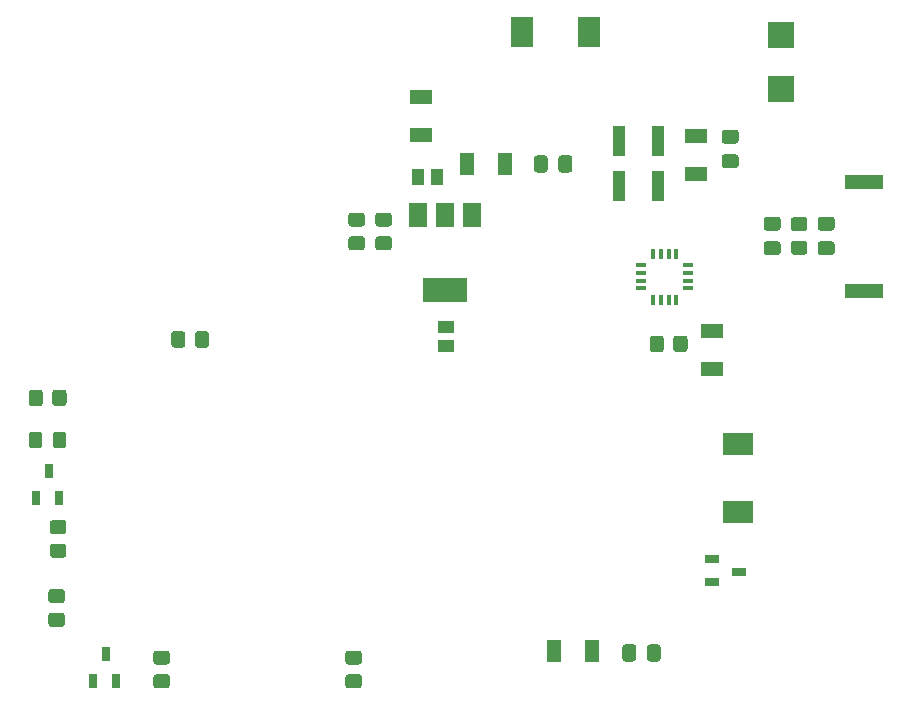
<source format=gtp>
%TF.GenerationSoftware,KiCad,Pcbnew,(5.1.10)-1*%
%TF.CreationDate,2024-09-14T21:02:55+02:00*%
%TF.ProjectId,LightningDetector_V1_0,4c696768-746e-4696-9e67-446574656374,rev?*%
%TF.SameCoordinates,Original*%
%TF.FileFunction,Paste,Top*%
%TF.FilePolarity,Positive*%
%FSLAX46Y46*%
G04 Gerber Fmt 4.6, Leading zero omitted, Abs format (unit mm)*
G04 Created by KiCad (PCBNEW (5.1.10)-1) date 2024-09-14 21:02:55*
%MOMM*%
%LPD*%
G01*
G04 APERTURE LIST*
%ADD10R,2.300000X2.200000*%
%ADD11R,0.850000X0.400000*%
%ADD12R,0.400000X0.850000*%
%ADD13R,1.200000X1.900000*%
%ADD14R,1.900000X1.200000*%
%ADD15R,1.900000X2.540000*%
%ADD16R,0.800000X1.300000*%
%ADD17R,3.200000X1.300000*%
%ADD18R,1.400000X1.000000*%
%ADD19R,2.540000X1.900000*%
%ADD20R,1.000000X2.500000*%
%ADD21R,1.000000X1.400000*%
%ADD22R,1.300000X0.800000*%
%ADD23R,1.500000X2.000000*%
%ADD24R,3.800000X2.000000*%
G04 APERTURE END LIST*
D10*
%TO.C,D3*%
X178689000Y-59146000D03*
X178689000Y-54646000D03*
%TD*%
D11*
%TO.C,U2*%
X170815000Y-76073000D03*
X170815000Y-75423000D03*
X170815000Y-74123000D03*
X170815000Y-74773000D03*
X166865000Y-75423000D03*
X166865000Y-74123000D03*
X166865000Y-74773000D03*
X166865000Y-76073000D03*
D12*
X169165000Y-77073000D03*
X169815000Y-77073000D03*
X168515000Y-77073000D03*
X167865000Y-77073000D03*
X168515000Y-73123000D03*
X169815000Y-73123000D03*
X169165000Y-73123000D03*
X167865000Y-73123000D03*
%TD*%
D13*
%TO.C,C1*%
X159436000Y-106807000D03*
X162636000Y-106807000D03*
%TD*%
%TO.C,C2*%
G36*
G01*
X165253000Y-107409000D02*
X165253000Y-106459000D01*
G75*
G02*
X165503000Y-106209000I250000J0D01*
G01*
X166178000Y-106209000D01*
G75*
G02*
X166428000Y-106459000I0J-250000D01*
G01*
X166428000Y-107409000D01*
G75*
G02*
X166178000Y-107659000I-250000J0D01*
G01*
X165503000Y-107659000D01*
G75*
G02*
X165253000Y-107409000I0J250000D01*
G01*
G37*
G36*
G01*
X167328000Y-107409000D02*
X167328000Y-106459000D01*
G75*
G02*
X167578000Y-106209000I250000J0D01*
G01*
X168253000Y-106209000D01*
G75*
G02*
X168503000Y-106459000I0J-250000D01*
G01*
X168503000Y-107409000D01*
G75*
G02*
X168253000Y-107659000I-250000J0D01*
G01*
X167578000Y-107659000D01*
G75*
G02*
X167328000Y-107409000I0J250000D01*
G01*
G37*
%TD*%
D14*
%TO.C,C3*%
X171450000Y-63170000D03*
X171450000Y-66370000D03*
%TD*%
%TO.C,C4*%
G36*
G01*
X174846000Y-63812000D02*
X173896000Y-63812000D01*
G75*
G02*
X173646000Y-63562000I0J250000D01*
G01*
X173646000Y-62887000D01*
G75*
G02*
X173896000Y-62637000I250000J0D01*
G01*
X174846000Y-62637000D01*
G75*
G02*
X175096000Y-62887000I0J-250000D01*
G01*
X175096000Y-63562000D01*
G75*
G02*
X174846000Y-63812000I-250000J0D01*
G01*
G37*
G36*
G01*
X174846000Y-65887000D02*
X173896000Y-65887000D01*
G75*
G02*
X173646000Y-65637000I0J250000D01*
G01*
X173646000Y-64962000D01*
G75*
G02*
X173896000Y-64712000I250000J0D01*
G01*
X174846000Y-64712000D01*
G75*
G02*
X175096000Y-64962000I0J-250000D01*
G01*
X175096000Y-65637000D01*
G75*
G02*
X174846000Y-65887000I-250000J0D01*
G01*
G37*
%TD*%
%TO.C,C5*%
X172847000Y-82880000D03*
X172847000Y-79680000D03*
%TD*%
D13*
%TO.C,C6*%
X155270000Y-65532000D03*
X152070000Y-65532000D03*
%TD*%
%TO.C,C7*%
G36*
G01*
X157760000Y-66007000D02*
X157760000Y-65057000D01*
G75*
G02*
X158010000Y-64807000I250000J0D01*
G01*
X158685000Y-64807000D01*
G75*
G02*
X158935000Y-65057000I0J-250000D01*
G01*
X158935000Y-66007000D01*
G75*
G02*
X158685000Y-66257000I-250000J0D01*
G01*
X158010000Y-66257000D01*
G75*
G02*
X157760000Y-66007000I0J250000D01*
G01*
G37*
G36*
G01*
X159835000Y-66007000D02*
X159835000Y-65057000D01*
G75*
G02*
X160085000Y-64807000I250000J0D01*
G01*
X160760000Y-64807000D01*
G75*
G02*
X161010000Y-65057000I0J-250000D01*
G01*
X161010000Y-66007000D01*
G75*
G02*
X160760000Y-66257000I-250000J0D01*
G01*
X160085000Y-66257000D01*
G75*
G02*
X159835000Y-66007000I0J250000D01*
G01*
G37*
%TD*%
%TO.C,D1*%
G36*
G01*
X117027000Y-89350001D02*
X117027000Y-88449999D01*
G75*
G02*
X117276999Y-88200000I249999J0D01*
G01*
X117927001Y-88200000D01*
G75*
G02*
X118177000Y-88449999I0J-249999D01*
G01*
X118177000Y-89350001D01*
G75*
G02*
X117927001Y-89600000I-249999J0D01*
G01*
X117276999Y-89600000D01*
G75*
G02*
X117027000Y-89350001I0J249999D01*
G01*
G37*
G36*
G01*
X114977000Y-89350001D02*
X114977000Y-88449999D01*
G75*
G02*
X115226999Y-88200000I249999J0D01*
G01*
X115877001Y-88200000D01*
G75*
G02*
X116127000Y-88449999I0J-249999D01*
G01*
X116127000Y-89350001D01*
G75*
G02*
X115877001Y-89600000I-249999J0D01*
G01*
X115226999Y-89600000D01*
G75*
G02*
X114977000Y-89350001I0J249999D01*
G01*
G37*
%TD*%
D15*
%TO.C,D2*%
X162433000Y-54356000D03*
X156733000Y-54356000D03*
%TD*%
D16*
%TO.C,Q1*%
X120462000Y-109347000D03*
X122362000Y-109347000D03*
X121520000Y-107061000D03*
%TD*%
%TO.C,Q2*%
X116694000Y-91567000D03*
X117536000Y-93853000D03*
X115636000Y-93853000D03*
%TD*%
%TO.C,R1*%
G36*
G01*
X130251000Y-79940999D02*
X130251000Y-80841001D01*
G75*
G02*
X130001001Y-81091000I-249999J0D01*
G01*
X129300999Y-81091000D01*
G75*
G02*
X129051000Y-80841001I0J249999D01*
G01*
X129051000Y-79940999D01*
G75*
G02*
X129300999Y-79691000I249999J0D01*
G01*
X130001001Y-79691000D01*
G75*
G02*
X130251000Y-79940999I0J-249999D01*
G01*
G37*
G36*
G01*
X128251000Y-79940999D02*
X128251000Y-80841001D01*
G75*
G02*
X128001001Y-81091000I-249999J0D01*
G01*
X127300999Y-81091000D01*
G75*
G02*
X127051000Y-80841001I0J249999D01*
G01*
X127051000Y-79940999D01*
G75*
G02*
X127300999Y-79691000I249999J0D01*
G01*
X128001001Y-79691000D01*
G75*
G02*
X128251000Y-79940999I0J-249999D01*
G01*
G37*
%TD*%
%TO.C,R2*%
G36*
G01*
X116186000Y-84893999D02*
X116186000Y-85794001D01*
G75*
G02*
X115936001Y-86044000I-249999J0D01*
G01*
X115235999Y-86044000D01*
G75*
G02*
X114986000Y-85794001I0J249999D01*
G01*
X114986000Y-84893999D01*
G75*
G02*
X115235999Y-84644000I249999J0D01*
G01*
X115936001Y-84644000D01*
G75*
G02*
X116186000Y-84893999I0J-249999D01*
G01*
G37*
G36*
G01*
X118186000Y-84893999D02*
X118186000Y-85794001D01*
G75*
G02*
X117936001Y-86044000I-249999J0D01*
G01*
X117235999Y-86044000D01*
G75*
G02*
X116986000Y-85794001I0J249999D01*
G01*
X116986000Y-84893999D01*
G75*
G02*
X117235999Y-84644000I249999J0D01*
G01*
X117936001Y-84644000D01*
G75*
G02*
X118186000Y-84893999I0J-249999D01*
G01*
G37*
%TD*%
%TO.C,R6*%
G36*
G01*
X142297999Y-71647000D02*
X143198001Y-71647000D01*
G75*
G02*
X143448000Y-71896999I0J-249999D01*
G01*
X143448000Y-72597001D01*
G75*
G02*
X143198001Y-72847000I-249999J0D01*
G01*
X142297999Y-72847000D01*
G75*
G02*
X142048000Y-72597001I0J249999D01*
G01*
X142048000Y-71896999D01*
G75*
G02*
X142297999Y-71647000I249999J0D01*
G01*
G37*
G36*
G01*
X142297999Y-69647000D02*
X143198001Y-69647000D01*
G75*
G02*
X143448000Y-69896999I0J-249999D01*
G01*
X143448000Y-70597001D01*
G75*
G02*
X143198001Y-70847000I-249999J0D01*
G01*
X142297999Y-70847000D01*
G75*
G02*
X142048000Y-70597001I0J249999D01*
G01*
X142048000Y-69896999D01*
G75*
G02*
X142297999Y-69647000I249999J0D01*
G01*
G37*
%TD*%
%TO.C,R7*%
G36*
G01*
X144583999Y-69647000D02*
X145484001Y-69647000D01*
G75*
G02*
X145734000Y-69896999I0J-249999D01*
G01*
X145734000Y-70597001D01*
G75*
G02*
X145484001Y-70847000I-249999J0D01*
G01*
X144583999Y-70847000D01*
G75*
G02*
X144334000Y-70597001I0J249999D01*
G01*
X144334000Y-69896999D01*
G75*
G02*
X144583999Y-69647000I249999J0D01*
G01*
G37*
G36*
G01*
X144583999Y-71647000D02*
X145484001Y-71647000D01*
G75*
G02*
X145734000Y-71896999I0J-249999D01*
G01*
X145734000Y-72597001D01*
G75*
G02*
X145484001Y-72847000I-249999J0D01*
G01*
X144583999Y-72847000D01*
G75*
G02*
X144334000Y-72597001I0J249999D01*
G01*
X144334000Y-71896999D01*
G75*
G02*
X144583999Y-71647000I249999J0D01*
G01*
G37*
%TD*%
%TO.C,R8*%
G36*
G01*
X125787999Y-106731000D02*
X126688001Y-106731000D01*
G75*
G02*
X126938000Y-106980999I0J-249999D01*
G01*
X126938000Y-107681001D01*
G75*
G02*
X126688001Y-107931000I-249999J0D01*
G01*
X125787999Y-107931000D01*
G75*
G02*
X125538000Y-107681001I0J249999D01*
G01*
X125538000Y-106980999D01*
G75*
G02*
X125787999Y-106731000I249999J0D01*
G01*
G37*
G36*
G01*
X125787999Y-108731000D02*
X126688001Y-108731000D01*
G75*
G02*
X126938000Y-108980999I0J-249999D01*
G01*
X126938000Y-109681001D01*
G75*
G02*
X126688001Y-109931000I-249999J0D01*
G01*
X125787999Y-109931000D01*
G75*
G02*
X125538000Y-109681001I0J249999D01*
G01*
X125538000Y-108980999D01*
G75*
G02*
X125787999Y-108731000I249999J0D01*
G01*
G37*
%TD*%
%TO.C,R9*%
G36*
G01*
X117925001Y-98882000D02*
X117024999Y-98882000D01*
G75*
G02*
X116775000Y-98632001I0J249999D01*
G01*
X116775000Y-97931999D01*
G75*
G02*
X117024999Y-97682000I249999J0D01*
G01*
X117925001Y-97682000D01*
G75*
G02*
X118175000Y-97931999I0J-249999D01*
G01*
X118175000Y-98632001D01*
G75*
G02*
X117925001Y-98882000I-249999J0D01*
G01*
G37*
G36*
G01*
X117925001Y-96882000D02*
X117024999Y-96882000D01*
G75*
G02*
X116775000Y-96632001I0J249999D01*
G01*
X116775000Y-95931999D01*
G75*
G02*
X117024999Y-95682000I249999J0D01*
G01*
X117925001Y-95682000D01*
G75*
G02*
X118175000Y-95931999I0J-249999D01*
G01*
X118175000Y-96632001D01*
G75*
G02*
X117925001Y-96882000I-249999J0D01*
G01*
G37*
%TD*%
%TO.C,R10*%
G36*
G01*
X116897999Y-103524000D02*
X117798001Y-103524000D01*
G75*
G02*
X118048000Y-103773999I0J-249999D01*
G01*
X118048000Y-104474001D01*
G75*
G02*
X117798001Y-104724000I-249999J0D01*
G01*
X116897999Y-104724000D01*
G75*
G02*
X116648000Y-104474001I0J249999D01*
G01*
X116648000Y-103773999D01*
G75*
G02*
X116897999Y-103524000I249999J0D01*
G01*
G37*
G36*
G01*
X116897999Y-101524000D02*
X117798001Y-101524000D01*
G75*
G02*
X118048000Y-101773999I0J-249999D01*
G01*
X118048000Y-102474001D01*
G75*
G02*
X117798001Y-102724000I-249999J0D01*
G01*
X116897999Y-102724000D01*
G75*
G02*
X116648000Y-102474001I0J249999D01*
G01*
X116648000Y-101773999D01*
G75*
G02*
X116897999Y-101524000I249999J0D01*
G01*
G37*
%TD*%
%TO.C,R11*%
G36*
G01*
X142043999Y-106731000D02*
X142944001Y-106731000D01*
G75*
G02*
X143194000Y-106980999I0J-249999D01*
G01*
X143194000Y-107681001D01*
G75*
G02*
X142944001Y-107931000I-249999J0D01*
G01*
X142043999Y-107931000D01*
G75*
G02*
X141794000Y-107681001I0J249999D01*
G01*
X141794000Y-106980999D01*
G75*
G02*
X142043999Y-106731000I249999J0D01*
G01*
G37*
G36*
G01*
X142043999Y-108731000D02*
X142944001Y-108731000D01*
G75*
G02*
X143194000Y-108980999I0J-249999D01*
G01*
X143194000Y-109681001D01*
G75*
G02*
X142944001Y-109931000I-249999J0D01*
G01*
X142043999Y-109931000D01*
G75*
G02*
X141794000Y-109681001I0J249999D01*
G01*
X141794000Y-108980999D01*
G75*
G02*
X142043999Y-108731000I249999J0D01*
G01*
G37*
%TD*%
D17*
%TO.C,L2*%
X185674000Y-76327000D03*
X185674000Y-67027000D03*
%TD*%
D18*
%TO.C,LK1*%
X150291800Y-80933800D03*
X150291800Y-79311500D03*
%TD*%
%TO.C,C9*%
G36*
G01*
X182974000Y-73253000D02*
X182024000Y-73253000D01*
G75*
G02*
X181774000Y-73003000I0J250000D01*
G01*
X181774000Y-72328000D01*
G75*
G02*
X182024000Y-72078000I250000J0D01*
G01*
X182974000Y-72078000D01*
G75*
G02*
X183224000Y-72328000I0J-250000D01*
G01*
X183224000Y-73003000D01*
G75*
G02*
X182974000Y-73253000I-250000J0D01*
G01*
G37*
G36*
G01*
X182974000Y-71178000D02*
X182024000Y-71178000D01*
G75*
G02*
X181774000Y-70928000I0J250000D01*
G01*
X181774000Y-70253000D01*
G75*
G02*
X182024000Y-70003000I250000J0D01*
G01*
X182974000Y-70003000D01*
G75*
G02*
X183224000Y-70253000I0J-250000D01*
G01*
X183224000Y-70928000D01*
G75*
G02*
X182974000Y-71178000I-250000J0D01*
G01*
G37*
%TD*%
%TO.C,R12*%
G36*
G01*
X180663001Y-71228000D02*
X179762999Y-71228000D01*
G75*
G02*
X179513000Y-70978001I0J249999D01*
G01*
X179513000Y-70277999D01*
G75*
G02*
X179762999Y-70028000I249999J0D01*
G01*
X180663001Y-70028000D01*
G75*
G02*
X180913000Y-70277999I0J-249999D01*
G01*
X180913000Y-70978001D01*
G75*
G02*
X180663001Y-71228000I-249999J0D01*
G01*
G37*
G36*
G01*
X180663001Y-73228000D02*
X179762999Y-73228000D01*
G75*
G02*
X179513000Y-72978001I0J249999D01*
G01*
X179513000Y-72277999D01*
G75*
G02*
X179762999Y-72028000I249999J0D01*
G01*
X180663001Y-72028000D01*
G75*
G02*
X180913000Y-72277999I0J-249999D01*
G01*
X180913000Y-72978001D01*
G75*
G02*
X180663001Y-73228000I-249999J0D01*
G01*
G37*
%TD*%
%TO.C,R13*%
G36*
G01*
X167564000Y-81222001D02*
X167564000Y-80321999D01*
G75*
G02*
X167813999Y-80072000I249999J0D01*
G01*
X168514001Y-80072000D01*
G75*
G02*
X168764000Y-80321999I0J-249999D01*
G01*
X168764000Y-81222001D01*
G75*
G02*
X168514001Y-81472000I-249999J0D01*
G01*
X167813999Y-81472000D01*
G75*
G02*
X167564000Y-81222001I0J249999D01*
G01*
G37*
G36*
G01*
X169564000Y-81222001D02*
X169564000Y-80321999D01*
G75*
G02*
X169813999Y-80072000I249999J0D01*
G01*
X170514001Y-80072000D01*
G75*
G02*
X170764000Y-80321999I0J-249999D01*
G01*
X170764000Y-81222001D01*
G75*
G02*
X170514001Y-81472000I-249999J0D01*
G01*
X169813999Y-81472000D01*
G75*
G02*
X169564000Y-81222001I0J249999D01*
G01*
G37*
%TD*%
%TO.C,C10*%
G36*
G01*
X178402000Y-73253000D02*
X177452000Y-73253000D01*
G75*
G02*
X177202000Y-73003000I0J250000D01*
G01*
X177202000Y-72328000D01*
G75*
G02*
X177452000Y-72078000I250000J0D01*
G01*
X178402000Y-72078000D01*
G75*
G02*
X178652000Y-72328000I0J-250000D01*
G01*
X178652000Y-73003000D01*
G75*
G02*
X178402000Y-73253000I-250000J0D01*
G01*
G37*
G36*
G01*
X178402000Y-71178000D02*
X177452000Y-71178000D01*
G75*
G02*
X177202000Y-70928000I0J250000D01*
G01*
X177202000Y-70253000D01*
G75*
G02*
X177452000Y-70003000I250000J0D01*
G01*
X178402000Y-70003000D01*
G75*
G02*
X178652000Y-70253000I0J-250000D01*
G01*
X178652000Y-70928000D01*
G75*
G02*
X178402000Y-71178000I-250000J0D01*
G01*
G37*
%TD*%
D14*
%TO.C,C11*%
X148209000Y-59868000D03*
X148209000Y-63068000D03*
%TD*%
D19*
%TO.C,D4*%
X175006000Y-89281000D03*
X175006000Y-94981000D03*
%TD*%
D20*
%TO.C,L1*%
X164974000Y-67437000D03*
X168274000Y-67437000D03*
%TD*%
%TO.C,L3*%
X168274000Y-63627000D03*
X164974000Y-63627000D03*
%TD*%
D21*
%TO.C,LK2*%
X149577300Y-66675000D03*
X147955000Y-66675000D03*
%TD*%
D22*
%TO.C,Q3*%
X175133000Y-100057000D03*
X172847000Y-100899000D03*
X172847000Y-98999000D03*
%TD*%
D23*
%TO.C,U6*%
X152541000Y-69875000D03*
X147941000Y-69875000D03*
X150241000Y-69875000D03*
D24*
X150241000Y-76175000D03*
%TD*%
M02*

</source>
